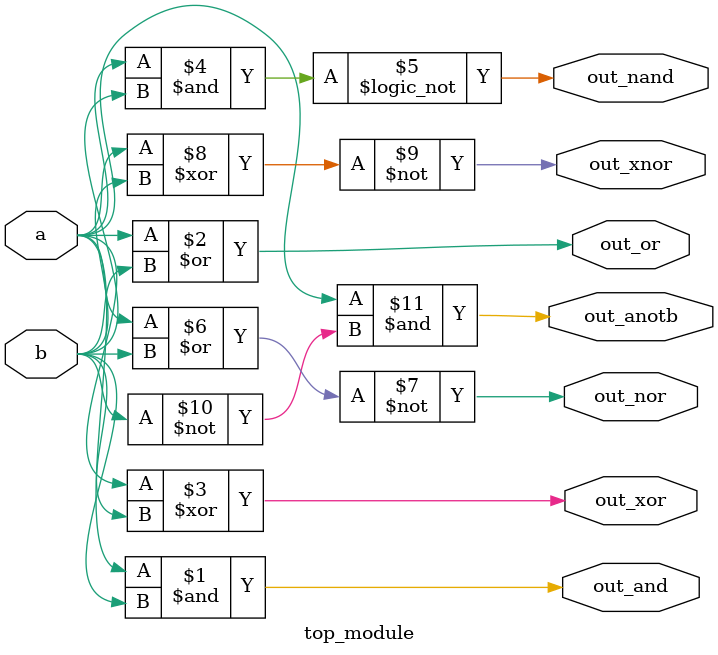
<source format=v>
module top_module( 
    input a, b,
    output out_and,
    output out_or,
    output out_xor,
    output out_nand,
    output out_nor,
    output out_xnor,
    output out_anotb
);
assign out_and  =a& b;
assign out_or  =a|b;
assign out_xor  =a^b;
assign out_nand  =!(a& b);
assign out_nor  =~(a |b);
assign out_xnor  =~(a^ b);
assign out_anotb  =(a& (~b));

endmodule

</source>
